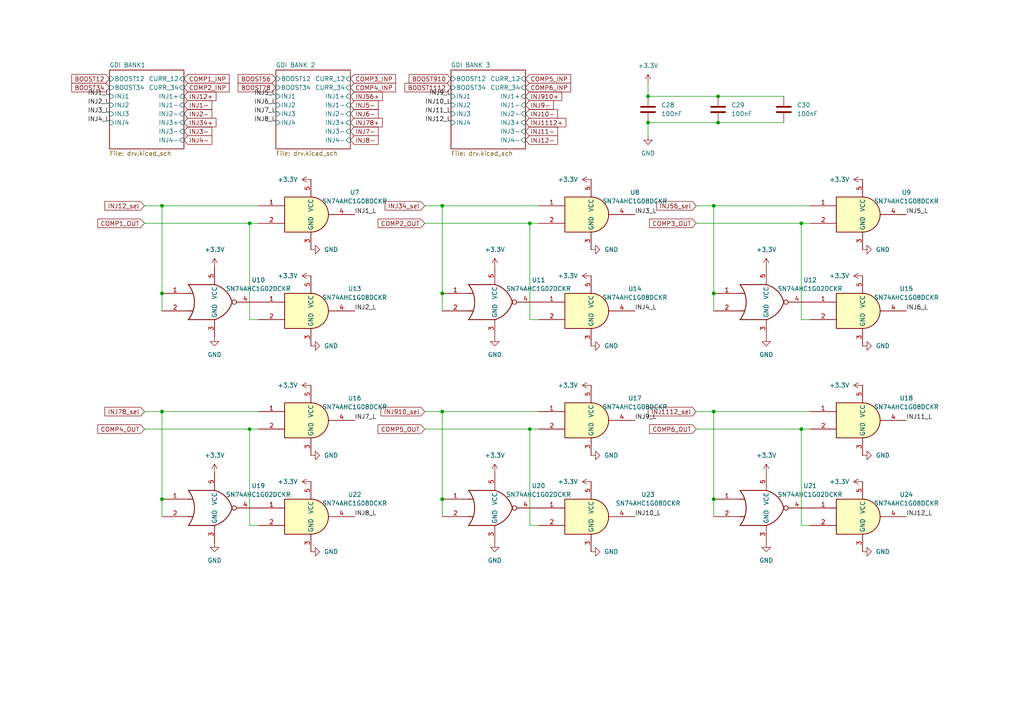
<source format=kicad_sch>
(kicad_sch (version 20250114) (generator "eeschema") (generator_version "9.0")
  (paper "A4")
  (lib_symbols
    (symbol "74xGxx:74AHC1G02"
      (property "Reference" "U" (at -2.54 3.81 0))
      (property "Value" "74AHC1G02" (at 0 -3.81 0))
      (symbol "74AHC1G02_0_1"
        (arc (start -7.62 5.08) (mid -5.838 0) (end -7.62 -5.08) (stroke (width 0.254)))
        (polyline (pts (xy -7.62 2.54) (xy -6.35 2.54)) (stroke (width 0.254)) (fill (type background)))
        (polyline (pts (xy -7.62 -2.54) (xy -6.35 -2.54)) (stroke (width 0.254)) (fill (type background)))
        (arc (start 5.08 0) (mid 3.202 -3.202) (end 0 -5.08) (stroke (width 0.254)))
        (arc (start 0 5.08) (mid 3.2271 3.2271) (end 5.08 0) (stroke (width 0.254)))
        (polyline (pts (xy 0 5.08) (xy -7.62 5.08)) (stroke (width 0.254)) (fill (type background)))
        (polyline (pts (xy 0 -5.08) (xy -7.62 -5.08)) (stroke (width 0.254)) (fill (type background)))
      )
      (symbol "74AHC1G02_1_1"
        (pin input line (at -15.24 2.54 0) (length 7.62) (name "~") (number "1"))
        (pin input line (at -15.24 -2.54 0) (length 7.62) (name "~") (number "2"))
        (pin power_in line (at 0 10.16 270) (length 5.08) (name "VCC") (number "5"))
        (pin power_in line (at 0 -10.16 90) (length 5.08) (name "GND") (number "3"))
        (pin output inverted (at 12.7 0 180) (length 7.62) (name "~") (number "4"))
      )
    )
    (symbol "74xGxx:74AHC1G08"
      (property "Reference" "U" (at -2.54 3.81 0))
      (property "Value" "74AHC1G08" (at 0 -3.81 0))
      (symbol "74AHC1G08_0_1"
        (arc (start 0 5.08) (mid 5.0579 0) (end 0 -5.08) (stroke (width 0.254)) (fill (type background)))
        (polyline (pts (xy 0 -5.08) (xy -7.62 -5.08) (xy -7.62 5.08) (xy 0 5.08)) (stroke (width 0.254)) (fill (type background)))
      )
      (symbol "74AHC1G08_1_1"
        (pin input line (at -15.24 2.54 0) (length 7.62) (name "~") (number "1"))
        (pin input line (at -15.24 -2.54 0) (length 7.62) (name "~") (number "2"))
        (pin power_in line (at 0 10.16 270) (length 5.08) (name "VCC") (number "5"))
        (pin power_in line (at 0 -10.16 90) (length 5.08) (name "GND") (number "3"))
        (pin output line (at 12.7 0 180) (length 7.62) (name "~") (number "4"))
      )
    )
    (symbol "Device:C" (pin_numbers (hide yes)) (pin_names (offset 0.254))
      (property "Reference" "C" (at 0.635 2.54 0))
      (property "Value" "C" (at 0.635 -2.54 0))
      (symbol "C_0_1"
        (polyline (pts (xy -2.032 0.762) (xy 2.032 0.762)) (stroke (width 0.508)))
        (polyline (pts (xy -2.032 -0.762) (xy 2.032 -0.762)) (stroke (width 0.508)))
      )
      (symbol "C_1_1"
        (pin passive line (at 0 3.81 270) (length 2.794) (name "~") (number "1"))
        (pin passive line (at 0 -3.81 90) (length 2.794) (name "~") (number "2"))
      )
    )
    (symbol "power:+3.3V" (power) (pin_numbers (hide yes)) (pin_names (offset 0) (hide yes))
      (property "Value" "+3.3V" (at 0 3.556 0))
      (symbol "+3.3V_0_1"
        (polyline (pts (xy -0.762 1.27) (xy 0 2.54)))
        (polyline (pts (xy 0 2.54) (xy 0.762 1.27)))
        (polyline (pts (xy 0 0) (xy 0 2.54)))
      )
      (symbol "+3.3V_1_1"
        (pin power_in line (at 0 0 90) (length 0) (name "~") (number "1"))
      )
    )
    (symbol "power:GND" (power) (pin_numbers (hide yes)) (pin_names (offset 0) (hide yes))
      (property "Value" "GND" (at 0 -3.81 0))
      (symbol "GND_0_1"
        (polyline (pts (xy 0 0) (xy 0 -1.27) (xy 1.27 -1.27) (xy 0 -2.54) (xy -1.27 -1.27) (xy 0 -1.27)))
      )
      (symbol "GND_1_1"
        (pin power_in line (at 0 0 270) (length 0) (name "~") (number "1"))
      )
    )
  )
  (junction (at 72.39 124.46))
  (junction (at 72.39 64.77))
  (junction (at 46.99 85.09))
  (junction (at 208.28 27.94))
  (junction (at 207.01 144.78))
  (junction (at 46.99 59.69))
  (junction (at 208.28 35.56))
  (junction (at 207.01 59.69))
  (junction (at 128.27 59.69))
  (junction (at 46.99 144.78))
  (junction (at 128.27 85.09))
  (junction (at 232.41 124.46))
  (junction (at 153.67 64.77))
  (junction (at 128.27 119.38))
  (junction (at 232.41 64.77))
  (junction (at 187.96 27.94))
  (junction (at 153.67 124.46))
  (junction (at 128.27 144.78))
  (junction (at 46.99 119.38))
  (junction (at 187.96 35.56))
  (junction (at 207.01 85.09))
  (junction (at 207.01 119.38))
  (wire (pts (xy 208.28 35.56) (xy 227.33 35.56)))
  (wire (pts (xy 232.41 92.71) (xy 232.41 64.77)))
  (wire (pts (xy 232.41 124.46) (xy 234.95 124.46)))
  (wire (pts (xy 153.67 92.71) (xy 153.67 64.77)))
  (wire (pts (xy 187.96 27.94) (xy 208.28 27.94)))
  (wire (pts (xy 74.93 59.69) (xy 46.99 59.69)))
  (wire (pts (xy 123.19 64.77) (xy 153.67 64.77)))
  (wire (pts (xy 46.99 119.38) (xy 41.91 119.38)))
  (wire (pts (xy 74.93 119.38) (xy 46.99 119.38)))
  (wire (pts (xy 46.99 85.09) (xy 46.99 90.17)))
  (wire (pts (xy 207.01 59.69) (xy 201.93 59.69)))
  (wire (pts (xy 153.67 124.46) (xy 156.21 124.46)))
  (wire (pts (xy 46.99 59.69) (xy 41.91 59.69)))
  (wire (pts (xy 187.96 35.56) (xy 208.28 35.56)))
  (wire (pts (xy 234.95 119.38) (xy 207.01 119.38)))
  (wire (pts (xy 187.96 39.37) (xy 187.96 35.56)))
  (wire (pts (xy 201.93 64.77) (xy 232.41 64.77)))
  (wire (pts (xy 46.99 59.69) (xy 46.99 85.09)))
  (wire (pts (xy 207.01 85.09) (xy 207.01 90.17)))
  (wire (pts (xy 201.93 124.46) (xy 232.41 124.46)))
  (wire (pts (xy 128.27 85.09) (xy 128.27 90.17)))
  (wire (pts (xy 72.39 64.77) (xy 74.93 64.77)))
  (wire (pts (xy 74.93 152.4) (xy 72.39 152.4)))
  (wire (pts (xy 187.96 24.13) (xy 187.96 27.94)))
  (wire (pts (xy 41.91 124.46) (xy 72.39 124.46)))
  (wire (pts (xy 207.01 59.69) (xy 207.01 85.09)))
  (wire (pts (xy 234.95 59.69) (xy 207.01 59.69)))
  (wire (pts (xy 153.67 152.4) (xy 153.67 124.46)))
  (wire (pts (xy 156.21 92.71) (xy 153.67 92.71)))
  (wire (pts (xy 156.21 59.69) (xy 128.27 59.69)))
  (wire (pts (xy 232.41 64.77) (xy 234.95 64.77)))
  (wire (pts (xy 156.21 119.38) (xy 128.27 119.38)))
  (wire (pts (xy 208.28 27.94) (xy 227.33 27.94)))
  (wire (pts (xy 234.95 152.4) (xy 232.41 152.4)))
  (wire (pts (xy 46.99 119.38) (xy 46.99 144.78)))
  (wire (pts (xy 46.99 144.78) (xy 46.99 149.86)))
  (wire (pts (xy 72.39 92.71) (xy 72.39 64.77)))
  (wire (pts (xy 128.27 59.69) (xy 123.19 59.69)))
  (wire (pts (xy 128.27 59.69) (xy 128.27 85.09)))
  (wire (pts (xy 207.01 119.38) (xy 201.93 119.38)))
  (wire (pts (xy 234.95 92.71) (xy 232.41 92.71)))
  (wire (pts (xy 74.93 92.71) (xy 72.39 92.71)))
  (wire (pts (xy 72.39 152.4) (xy 72.39 124.46)))
  (wire (pts (xy 232.41 152.4) (xy 232.41 124.46)))
  (wire (pts (xy 128.27 119.38) (xy 123.19 119.38)))
  (wire (pts (xy 156.21 152.4) (xy 153.67 152.4)))
  (wire (pts (xy 72.39 124.46) (xy 74.93 124.46)))
  (wire (pts (xy 123.19 124.46) (xy 153.67 124.46)))
  (wire (pts (xy 128.27 144.78) (xy 128.27 149.86)))
  (wire (pts (xy 153.67 64.77) (xy 156.21 64.77)))
  (wire (pts (xy 207.01 119.38) (xy 207.01 144.78)))
  (wire (pts (xy 128.27 119.38) (xy 128.27 144.78)))
  (wire (pts (xy 41.91 64.77) (xy 72.39 64.77)))
  (wire (pts (xy 207.01 144.78) (xy 207.01 149.86)))
  (label "INJ3_L" (at 184.15 62.23 0))
  (label "INJ2_L" (at 102.87 90.17 0))
  (label "INJ5_L" (at 80.01 27.94 180))
  (label "INJ12_L" (at 262.89 149.86 0))
  (label "INJ11_L" (at 262.89 121.92 0))
  (label "INJ12_L" (at 130.81 35.56 180))
  (label "INJ6_L" (at 262.89 90.17 0))
  (label "INJ7_L" (at 80.01 33.02 180))
  (label "INJ4_L" (at 31.75 35.56 180))
  (label "INJ10_L" (at 184.15 149.86 0))
  (label "INJ8_L" (at 80.01 35.56 180))
  (label "INJ11_L" (at 130.81 33.02 180))
  (label "INJ3_L" (at 31.75 33.02 180))
  (label "INJ7_L" (at 102.87 121.92 0))
  (label "INJ4_L" (at 184.15 90.17 0))
  (label "INJ6_L" (at 80.01 30.48 180))
  (label "INJ5_L" (at 262.89 62.23 0))
  (label "INJ9_L" (at 184.15 121.92 0))
  (label "INJ10_L" (at 130.81 30.48 180))
  (label "INJ9_L" (at 130.81 27.94 180))
  (label "INJ1_L" (at 102.87 62.23 0))
  (label "INJ2_L" (at 31.75 30.48 180))
  (label "INJ1_L" (at 31.75 27.94 180))
  (label "INJ8_L" (at 102.87 149.86 0))
  (global_label "COMP1_INP" (shape input) (at 53.34 22.86 0) (property "Intersheetrefs" "${INTERSHEET_REFS}" (effects (hide yes))))
  (global_label "INJ6-" (shape input) (at 101.6 33.02 0) (property "Intersheetrefs" "${INTERSHEET_REFS}" (effects (hide yes))))
  (global_label "COMP4_OUT" (shape input) (at 41.91 124.46 180) (property "Intersheetrefs" "${INTERSHEET_REFS}" (effects (hide yes))))
  (global_label "INJ3-" (shape input) (at 53.34 38.1 0) (property "Intersheetrefs" "${INTERSHEET_REFS}" (effects (hide yes))))
  (global_label "COMP2_INP" (shape input) (at 53.34 25.4 0) (property "Intersheetrefs" "${INTERSHEET_REFS}" (effects (hide yes))))
  (global_label "INJ4-" (shape input) (at 53.34 40.64 0) (property "Intersheetrefs" "${INTERSHEET_REFS}" (effects (hide yes))))
  (global_label "INJ56_sel" (shape input) (at 201.93 59.69 180) (property "Intersheetrefs" "${INTERSHEET_REFS}" (effects (hide yes))))
  (global_label "INJ10-" (shape input) (at 152.4 33.02 0) (property "Intersheetrefs" "${INTERSHEET_REFS}" (effects (hide yes))))
  (global_label "INJ2-" (shape input) (at 53.34 33.02 0) (property "Intersheetrefs" "${INTERSHEET_REFS}" (effects (hide yes))))
  (global_label "INJ78_sel" (shape input) (at 41.91 119.38 180) (property "Intersheetrefs" "${INTERSHEET_REFS}" (effects (hide yes))))
  (global_label "BOOST34" (shape input) (at 31.75 25.4 180) (property "Intersheetrefs" "${INTERSHEET_REFS}" (effects (hide yes))))
  (global_label "COMP5_OUT" (shape input) (at 123.19 124.46 180) (property "Intersheetrefs" "${INTERSHEET_REFS}" (effects (hide yes))))
  (global_label "INJ8-" (shape input) (at 101.6 40.64 0) (property "Intersheetrefs" "${INTERSHEET_REFS}" (effects (hide yes))))
  (global_label "INJ34_sel" (shape input) (at 123.19 59.69 180) (property "Intersheetrefs" "${INTERSHEET_REFS}" (effects (hide yes))))
  (global_label "COMP3_OUT" (shape input) (at 201.93 64.77 180) (property "Intersheetrefs" "${INTERSHEET_REFS}" (effects (hide yes))))
  (global_label "COMP6_INP" (shape input) (at 152.4 25.4 0) (property "Intersheetrefs" "${INTERSHEET_REFS}" (effects (hide yes))))
  (global_label "INJ12_sel" (shape input) (at 41.91 59.69 180) (property "Intersheetrefs" "${INTERSHEET_REFS}" (effects (hide yes))))
  (global_label "INJ78+" (shape input) (at 101.6 35.56 0) (property "Intersheetrefs" "${INTERSHEET_REFS}" (effects (hide yes))))
  (global_label "INJ7-" (shape input) (at 101.6 38.1 0) (property "Intersheetrefs" "${INTERSHEET_REFS}" (effects (hide yes))))
  (global_label "BOOST56" (shape input) (at 80.01 22.86 180) (property "Intersheetrefs" "${INTERSHEET_REFS}" (effects (hide yes))))
  (global_label "BOOST78" (shape input) (at 80.01 25.4 180) (property "Intersheetrefs" "${INTERSHEET_REFS}" (effects (hide yes))))
  (global_label "INJ34+" (shape input) (at 53.34 35.56 0) (property "Intersheetrefs" "${INTERSHEET_REFS}" (effects (hide yes))))
  (global_label "INJ1112_sel" (shape input) (at 201.93 119.38 180) (property "Intersheetrefs" "${INTERSHEET_REFS}" (effects (hide yes))))
  (global_label "INJ910+" (shape input) (at 152.4 27.94 0) (property "Intersheetrefs" "${INTERSHEET_REFS}" (effects (hide yes))))
  (global_label "INJ9-" (shape input) (at 152.4 30.48 0) (property "Intersheetrefs" "${INTERSHEET_REFS}" (effects (hide yes))))
  (global_label "COMP5_INP" (shape input) (at 152.4 22.86 0) (property "Intersheetrefs" "${INTERSHEET_REFS}" (effects (hide yes))))
  (global_label "BOOST12" (shape input) (at 31.75 22.86 180) (property "Intersheetrefs" "${INTERSHEET_REFS}" (effects (hide yes))))
  (global_label "INJ12+" (shape input) (at 53.34 27.94 0) (property "Intersheetrefs" "${INTERSHEET_REFS}" (effects (hide yes))))
  (global_label "COMP2_OUT" (shape input) (at 123.19 64.77 180) (property "Intersheetrefs" "${INTERSHEET_REFS}" (effects (hide yes))))
  (global_label "COMP6_OUT" (shape input) (at 201.93 124.46 180) (property "Intersheetrefs" "${INTERSHEET_REFS}" (effects (hide yes))))
  (global_label "INJ5-" (shape input) (at 101.6 30.48 0) (property "Intersheetrefs" "${INTERSHEET_REFS}" (effects (hide yes))))
  (global_label "COMP4_INP" (shape input) (at 101.6 25.4 0) (property "Intersheetrefs" "${INTERSHEET_REFS}" (effects (hide yes))))
  (global_label "BOOST1112" (shape input) (at 130.81 25.4 180) (property "Intersheetrefs" "${INTERSHEET_REFS}" (effects (hide yes))))
  (global_label "INJ12-" (shape input) (at 152.4 40.64 0) (property "Intersheetrefs" "${INTERSHEET_REFS}" (effects (hide yes))))
  (global_label "INJ1112+" (shape input) (at 152.4 35.56 0) (property "Intersheetrefs" "${INTERSHEET_REFS}" (effects (hide yes))))
  (global_label "INJ11-" (shape input) (at 152.4 38.1 0) (property "Intersheetrefs" "${INTERSHEET_REFS}" (effects (hide yes))))
  (global_label "INJ910_sel" (shape input) (at 123.19 119.38 180) (property "Intersheetrefs" "${INTERSHEET_REFS}" (effects (hide yes))))
  (global_label "COMP3_INP" (shape input) (at 101.6 22.86 0) (property "Intersheetrefs" "${INTERSHEET_REFS}" (effects (hide yes))))
  (global_label "BOOST910" (shape input) (at 130.81 22.86 180) (property "Intersheetrefs" "${INTERSHEET_REFS}" (effects (hide yes))))
  (global_label "INJ56+" (shape input) (at 101.6 27.94 0) (property "Intersheetrefs" "${INTERSHEET_REFS}" (effects (hide yes))))
  (global_label "INJ1-" (shape input) (at 53.34 30.48 0) (property "Intersheetrefs" "${INTERSHEET_REFS}" (effects (hide yes))))
  (global_label "COMP1_OUT" (shape input) (at 41.91 64.77 180) (property "Intersheetrefs" "${INTERSHEET_REFS}" (effects (hide yes))))
  (symbol (lib_id "power:GND") (at 222.25 97.79 0) (unit 1)
    (property "Reference" "#PWR098" (effects (hide yes)))
    (property "Value" "GND" (at 222.25 102.87 0))
    (property "Description" "Power symbol creates a global label with name \"GND\" , ground" (effects (hide yes)))
  )
  (symbol (lib_id "74xGxx:74AHC1G08") (at 250.19 121.92 0) (unit 1)
    (property "Reference" "U18" (at 262.89 115.4998 0))
    (property "Value" "SN74AHC1G08DCKR" (at 262.89 118.0398 0))
    (property "Footprint" "Package_TO_SOT_SMD:SOT-353_SC-70-5" (effects (hide yes)))
    (property "Description" "Single AND Gate, Low-Voltage CMOS" (effects (hide yes)))
    (property "JLC" "C122838" (effects (hide yes)))
  )
  (symbol (lib_id "power:GND") (at 62.23 97.79 0) (unit 1)
    (property "Reference" "#PWR096" (effects (hide yes)))
    (property "Value" "GND" (at 62.23 102.87 0))
    (property "Description" "Power symbol creates a global label with name \"GND\" , ground" (effects (hide yes)))
  )
  (symbol (lib_id "Device:C") (at 208.28 31.75 0) (unit 1)
    (property "Reference" "C29" (at 212.09 30.4799 0) (effects (justify left)))
    (property "Value" "100nF" (at 212.09 33.0199 0) (effects (justify left)))
    (property "Footprint" "Capacitor_SMD:C_0402_1005Metric" (effects (hide yes)))
    (property "Description" "Unpolarized capacitor" (effects (hide yes)))
  )
  (symbol (lib_id "power:GND") (at 90.17 72.39 90) (unit 1)
    (property "Reference" "#PWR087" (effects (hide yes)))
    (property "Value" "GND" (at 93.98 72.3899 90) (effects (justify right)))
    (property "Description" "Power symbol creates a global label with name \"GND\" , ground" (effects (hide yes)))
  )
  (symbol (lib_id "74xGxx:74AHC1G02") (at 222.25 87.63 0) (unit 1)
    (property "Reference" "U12" (at 234.95 81.2098 0))
    (property "Value" "SN74AHC1G02DCKR" (at 234.95 83.7498 0))
    (property "Footprint" "Package_TO_SOT_SMD:SOT-353_SC-70-5" (effects (hide yes)))
    (property "Description" "Single NOR Gate, Low-Voltage CMOS" (effects (hide yes)))
    (property "JLC" "C7464" (effects (hide yes)))
  )
  (symbol (lib_id "power:+3.3V") (at 143.51 77.47 0) (unit 1)
    (property "Reference" "#PWR091" (effects (hide yes)))
    (property "Value" "+3.3V" (at 143.51 72.39 0))
    (property "Description" "Power symbol creates a global label with name \"+3.3V\"" (effects (hide yes)))
  )
  (symbol (lib_id "power:GND") (at 143.51 97.79 0) (unit 1)
    (property "Reference" "#PWR097" (effects (hide yes)))
    (property "Value" "GND" (at 143.51 102.87 0))
    (property "Description" "Power symbol creates a global label with name \"GND\" , ground" (effects (hide yes)))
  )
  (symbol (lib_id "power:+3.3V") (at 250.19 111.76 90) (unit 1)
    (property "Reference" "#PWR0104" (effects (hide yes)))
    (property "Value" "+3.3V" (at 246.38 111.7599 90) (effects (justify left)))
    (property "Description" "Power symbol creates a global label with name \"+3.3V\"" (effects (hide yes)))
  )
  (symbol (lib_id "74xGxx:74AHC1G08") (at 90.17 149.86 0) (unit 1)
    (property "Reference" "U22" (at 102.87 143.4398 0))
    (property "Value" "SN74AHC1G08DCKR" (at 102.87 145.9798 0))
    (property "Footprint" "Package_TO_SOT_SMD:SOT-353_SC-70-5" (effects (hide yes)))
    (property "Description" "Single AND Gate, Low-Voltage CMOS" (effects (hide yes)))
    (property "JLC" "C122838" (effects (hide yes)))
  )
  (symbol (lib_id "74xGxx:74AHC1G08") (at 90.17 121.92 0) (unit 1)
    (property "Reference" "U16" (at 102.87 115.4998 0))
    (property "Value" "SN74AHC1G08DCKR" (at 102.87 118.0398 0))
    (property "Footprint" "Package_TO_SOT_SMD:SOT-353_SC-70-5" (effects (hide yes)))
    (property "Description" "Single AND Gate, Low-Voltage CMOS" (effects (hide yes)))
    (property "JLC" "C122838" (effects (hide yes)))
  )
  (symbol (lib_id "power:GND") (at 171.45 72.39 90) (unit 1)
    (property "Reference" "#PWR088" (effects (hide yes)))
    (property "Value" "GND" (at 175.26 72.3899 90) (effects (justify right)))
    (property "Description" "Power symbol creates a global label with name \"GND\" , ground" (effects (hide yes)))
  )
  (symbol (lib_id "power:GND") (at 187.96 39.37 0) (unit 1)
    (property "Reference" "#PWR083" (effects (hide yes)))
    (property "Value" "GND" (at 187.96 44.45 0))
    (property "Description" "Power symbol creates a global label with name \"GND\" , ground" (effects (hide yes)))
  )
  (symbol (lib_id "power:GND") (at 90.17 100.33 90) (unit 1)
    (property "Reference" "#PWR099" (effects (hide yes)))
    (property "Value" "GND" (at 93.98 100.3299 90) (effects (justify right)))
    (property "Description" "Power symbol creates a global label with name \"GND\" , ground" (effects (hide yes)))
  )
  (symbol (lib_id "power:+3.3V") (at 171.45 52.07 90) (unit 1)
    (property "Reference" "#PWR085" (effects (hide yes)))
    (property "Value" "+3.3V" (at 167.64 52.0699 90) (effects (justify left)))
    (property "Description" "Power symbol creates a global label with name \"+3.3V\"" (effects (hide yes)))
  )
  (symbol (lib_id "power:GND") (at 171.45 160.02 90) (unit 1)
    (property "Reference" "#PWR0118" (effects (hide yes)))
    (property "Value" "GND" (at 175.26 160.0199 90) (effects (justify right)))
    (property "Description" "Power symbol creates a global label with name \"GND\" , ground" (effects (hide yes)))
  )
  (symbol (lib_id "74xGxx:74AHC1G08") (at 90.17 62.23 0) (unit 1)
    (property "Reference" "U7" (at 102.87 55.8098 0))
    (property "Value" "SN74AHC1G08DCKR" (at 102.87 58.3498 0))
    (property "Footprint" "Package_TO_SOT_SMD:SOT-353_SC-70-5" (effects (hide yes)))
    (property "Description" "Single AND Gate, Low-Voltage CMOS" (effects (hide yes)))
    (property "JLC" "C122838" (effects (hide yes)))
  )
  (symbol (lib_id "power:+3.3V") (at 90.17 111.76 90) (unit 1)
    (property "Reference" "#PWR0102" (effects (hide yes)))
    (property "Value" "+3.3V" (at 86.36 111.7599 90) (effects (justify left)))
    (property "Description" "Power symbol creates a global label with name \"+3.3V\"" (effects (hide yes)))
  )
  (symbol (lib_id "power:+3.3V") (at 222.25 77.47 0) (unit 1)
    (property "Reference" "#PWR092" (effects (hide yes)))
    (property "Value" "+3.3V" (at 222.25 72.39 0))
    (property "Description" "Power symbol creates a global label with name \"+3.3V\"" (effects (hide yes)))
  )
  (symbol (lib_id "power:+3.3V") (at 250.19 52.07 90) (unit 1)
    (property "Reference" "#PWR086" (effects (hide yes)))
    (property "Value" "+3.3V" (at 246.38 52.0699 90) (effects (justify left)))
    (property "Description" "Power symbol creates a global label with name \"+3.3V\"" (effects (hide yes)))
  )
  (symbol (lib_id "power:+3.3V") (at 222.25 137.16 0) (unit 1)
    (property "Reference" "#PWR0110" (effects (hide yes)))
    (property "Value" "+3.3V" (at 222.25 132.08 0))
    (property "Description" "Power symbol creates a global label with name \"+3.3V\"" (effects (hide yes)))
  )
  (symbol (lib_id "power:GND") (at 90.17 160.02 90) (unit 1)
    (property "Reference" "#PWR0117" (effects (hide yes)))
    (property "Value" "GND" (at 93.98 160.0199 90) (effects (justify right)))
    (property "Description" "Power symbol creates a global label with name \"GND\" , ground" (effects (hide yes)))
  )
  (symbol (lib_id "74xGxx:74AHC1G08") (at 171.45 149.86 0) (unit 1)
    (property "Reference" "U23" (at 187.96 143.4398 0))
    (property "Value" "SN74AHC1G08DCKR" (at 187.96 145.9798 0))
    (property "Footprint" "Package_TO_SOT_SMD:SOT-353_SC-70-5" (effects (hide yes)))
    (property "Description" "Single AND Gate, Low-Voltage CMOS" (effects (hide yes)))
    (property "JLC" "C122838" (effects (hide yes)))
  )
  (symbol (lib_id "power:GND") (at 143.51 157.48 0) (unit 1)
    (property "Reference" "#PWR0115" (effects (hide yes)))
    (property "Value" "GND" (at 143.51 162.56 0))
    (property "Description" "Power symbol creates a global label with name \"GND\" , ground" (effects (hide yes)))
  )
  (symbol (lib_id "power:GND") (at 171.45 100.33 90) (unit 1)
    (property "Reference" "#PWR0100" (effects (hide yes)))
    (property "Value" "GND" (at 175.26 100.3299 90) (effects (justify right)))
    (property "Description" "Power symbol creates a global label with name \"GND\" , ground" (effects (hide yes)))
  )
  (symbol (lib_id "power:+3.3V") (at 171.45 80.01 90) (unit 1)
    (property "Reference" "#PWR094" (effects (hide yes)))
    (property "Value" "+3.3V" (at 167.64 80.0099 90) (effects (justify left)))
    (property "Description" "Power symbol creates a global label with name \"+3.3V\"" (effects (hide yes)))
  )
  (symbol (lib_id "power:GND") (at 90.17 132.08 90) (unit 1)
    (property "Reference" "#PWR0105" (effects (hide yes)))
    (property "Value" "GND" (at 93.98 132.0799 90) (effects (justify right)))
    (property "Description" "Power symbol creates a global label with name \"GND\" , ground" (effects (hide yes)))
  )
  (symbol (lib_id "74xGxx:74AHC1G02") (at 62.23 87.63 0) (unit 1)
    (property "Reference" "U10" (at 74.93 81.2098 0))
    (property "Value" "SN74AHC1G02DCKR" (at 74.93 83.7498 0))
    (property "Footprint" "Package_TO_SOT_SMD:SOT-353_SC-70-5" (effects (hide yes)))
    (property "Description" "Single NOR Gate, Low-Voltage CMOS" (effects (hide yes)))
    (property "JLC" "C7464" (effects (hide yes)))
  )
  (symbol (lib_id "power:+3.3V") (at 90.17 52.07 90) (unit 1)
    (property "Reference" "#PWR084" (effects (hide yes)))
    (property "Value" "+3.3V" (at 86.36 52.0699 90) (effects (justify left)))
    (property "Description" "Power symbol creates a global label with name \"+3.3V\"" (effects (hide yes)))
  )
  (symbol (lib_id "74xGxx:74AHC1G08") (at 90.17 90.17 0) (unit 1)
    (property "Reference" "U13" (at 102.87 83.7498 0))
    (property "Value" "SN74AHC1G08DCKR" (at 102.87 86.2898 0))
    (property "Footprint" "Package_TO_SOT_SMD:SOT-353_SC-70-5" (effects (hide yes)))
    (property "Description" "Single AND Gate, Low-Voltage CMOS" (effects (hide yes)))
    (property "JLC" "C122838" (effects (hide yes)))
  )
  (symbol (lib_id "Device:C") (at 227.33 31.75 0) (unit 1)
    (property "Reference" "C30" (at 231.14 30.4799 0) (effects (justify left)))
    (property "Value" "100nF" (at 231.14 33.0199 0) (effects (justify left)))
    (property "Footprint" "Capacitor_SMD:C_0402_1005Metric" (effects (hide yes)))
    (property "Description" "Unpolarized capacitor" (effects (hide yes)))
  )
  (symbol (lib_id "74xGxx:74AHC1G02") (at 143.51 147.32 0) (unit 1)
    (property "Reference" "U20" (at 156.21 140.8998 0))
    (property "Value" "SN74AHC1G02DCKR" (at 156.21 143.4398 0))
    (property "Footprint" "Package_TO_SOT_SMD:SOT-353_SC-70-5" (effects (hide yes)))
    (property "Description" "Single NOR Gate, Low-Voltage CMOS" (effects (hide yes)))
    (property "JLC" "C7464" (effects (hide yes)))
  )
  (symbol (lib_id "74xGxx:74AHC1G02") (at 143.51 87.63 0) (unit 1)
    (property "Reference" "U11" (at 156.21 81.2098 0))
    (property "Value" "SN74AHC1G02DCKR" (at 156.21 83.7498 0))
    (property "Footprint" "Package_TO_SOT_SMD:SOT-353_SC-70-5" (effects (hide yes)))
    (property "Description" "Single NOR Gate, Low-Voltage CMOS" (effects (hide yes)))
    (property "JLC" "C7464" (effects (hide yes)))
  )
  (symbol (lib_id "power:GND") (at 171.45 132.08 90) (unit 1)
    (property "Reference" "#PWR0106" (effects (hide yes)))
    (property "Value" "GND" (at 175.26 132.0799 90) (effects (justify right)))
    (property "Description" "Power symbol creates a global label with name \"GND\" , ground" (effects (hide yes)))
  )
  (symbol (lib_id "74xGxx:74AHC1G08") (at 250.19 62.23 0) (unit 1)
    (property "Reference" "U9" (at 262.89 55.8098 0))
    (property "Value" "SN74AHC1G08DCKR" (at 262.89 58.3498 0))
    (property "Footprint" "Package_TO_SOT_SMD:SOT-353_SC-70-5" (effects (hide yes)))
    (property "Description" "Single AND Gate, Low-Voltage CMOS" (effects (hide yes)))
    (property "JLC" "C122838" (effects (hide yes)))
  )
  (symbol (lib_id "power:GND") (at 62.23 157.48 0) (unit 1)
    (property "Reference" "#PWR0114" (effects (hide yes)))
    (property "Value" "GND" (at 62.23 162.56 0))
    (property "Description" "Power symbol creates a global label with name \"GND\" , ground" (effects (hide yes)))
  )
  (symbol (lib_id "power:+3.3V") (at 171.45 139.7 90) (unit 1)
    (property "Reference" "#PWR0112" (effects (hide yes)))
    (property "Value" "+3.3V" (at 167.64 139.6999 90) (effects (justify left)))
    (property "Description" "Power symbol creates a global label with name \"+3.3V\"" (effects (hide yes)))
  )
  (symbol (lib_id "power:+3.3V") (at 62.23 137.16 0) (unit 1)
    (property "Reference" "#PWR0108" (effects (hide yes)))
    (property "Value" "+3.3V" (at 62.23 132.08 0))
    (property "Description" "Power symbol creates a global label with name \"+3.3V\"" (effects (hide yes)))
  )
  (symbol (lib_id "74xGxx:74AHC1G08") (at 171.45 90.17 0) (unit 1)
    (property "Reference" "U14" (at 184.15 83.7498 0))
    (property "Value" "SN74AHC1G08DCKR" (at 184.15 86.2898 0))
    (property "Footprint" "Package_TO_SOT_SMD:SOT-353_SC-70-5" (effects (hide yes)))
    (property "Description" "Single AND Gate, Low-Voltage CMOS" (effects (hide yes)))
    (property "JLC" "C122838" (effects (hide yes)))
  )
  (symbol (lib_id "power:+3.3V") (at 62.23 77.47 0) (unit 1)
    (property "Reference" "#PWR090" (effects (hide yes)))
    (property "Value" "+3.3V" (at 62.23 72.39 0))
    (property "Description" "Power symbol creates a global label with name \"+3.3V\"" (effects (hide yes)))
  )
  (symbol (lib_id "power:+3.3V") (at 250.19 139.7 90) (unit 1)
    (property "Reference" "#PWR0113" (effects (hide yes)))
    (property "Value" "+3.3V" (at 246.38 139.6999 90) (effects (justify left)))
    (property "Description" "Power symbol creates a global label with name \"+3.3V\"" (effects (hide yes)))
  )
  (symbol (lib_id "74xGxx:74AHC1G08") (at 250.19 90.17 0) (unit 1)
    (property "Reference" "U15" (at 262.89 83.7498 0))
    (property "Value" "SN74AHC1G08DCKR" (at 262.89 86.2898 0))
    (property "Footprint" "Package_TO_SOT_SMD:SOT-353_SC-70-5" (effects (hide yes)))
    (property "Description" "Single AND Gate, Low-Voltage CMOS" (effects (hide yes)))
    (property "JLC" "C122838" (effects (hide yes)))
  )
  (symbol (lib_id "power:GND") (at 250.19 72.39 90) (unit 1)
    (property "Reference" "#PWR089" (effects (hide yes)))
    (property "Value" "GND" (at 254 72.3899 90) (effects (justify right)))
    (property "Description" "Power symbol creates a global label with name \"GND\" , ground" (effects (hide yes)))
  )
  (symbol (lib_id "power:GND") (at 222.25 157.48 0) (unit 1)
    (property "Reference" "#PWR0116" (effects (hide yes)))
    (property "Value" "GND" (at 222.25 162.56 0))
    (property "Description" "Power symbol creates a global label with name \"GND\" , ground" (effects (hide yes)))
  )
  (symbol (lib_id "power:+3.3V") (at 250.19 80.01 90) (unit 1)
    (property "Reference" "#PWR095" (effects (hide yes)))
    (property "Value" "+3.3V" (at 246.38 80.0099 90) (effects (justify left)))
    (property "Description" "Power symbol creates a global label with name \"+3.3V\"" (effects (hide yes)))
  )
  (symbol (lib_id "Device:C") (at 187.96 31.75 0) (unit 1)
    (property "Reference" "C28" (at 191.77 30.4799 0) (effects (justify left)))
    (property "Value" "100nF" (at 191.77 33.0199 0) (effects (justify left)))
    (property "Footprint" "Capacitor_SMD:C_0402_1005Metric" (effects (hide yes)))
    (property "Description" "Unpolarized capacitor" (effects (hide yes)))
  )
  (symbol (lib_id "74xGxx:74AHC1G08") (at 171.45 62.23 0) (unit 1)
    (property "Reference" "U8" (at 184.15 55.8098 0))
    (property "Value" "SN74AHC1G08DCKR" (at 184.15 58.3498 0))
    (property "Footprint" "Package_TO_SOT_SMD:SOT-353_SC-70-5" (effects (hide yes)))
    (property "Description" "Single AND Gate, Low-Voltage CMOS" (effects (hide yes)))
    (property "JLC" "C122838" (effects (hide yes)))
  )
  (symbol (lib_id "power:GND") (at 250.19 160.02 90) (unit 1)
    (property "Reference" "#PWR0119" (effects (hide yes)))
    (property "Value" "GND" (at 254 160.0199 90) (effects (justify right)))
    (property "Description" "Power symbol creates a global label with name \"GND\" , ground" (effects (hide yes)))
  )
  (symbol (lib_id "power:GND") (at 250.19 100.33 90) (unit 1)
    (property "Reference" "#PWR0101" (effects (hide yes)))
    (property "Value" "GND" (at 254 100.3299 90) (effects (justify right)))
    (property "Description" "Power symbol creates a global label with name \"GND\" , ground" (effects (hide yes)))
  )
  (symbol (lib_id "power:+3.3V") (at 90.17 80.01 90) (unit 1)
    (property "Reference" "#PWR093" (effects (hide yes)))
    (property "Value" "+3.3V" (at 86.36 80.0099 90) (effects (justify left)))
    (property "Description" "Power symbol creates a global label with name \"+3.3V\"" (effects (hide yes)))
  )
  (symbol (lib_id "power:+3.3V") (at 90.17 139.7 90) (unit 1)
    (property "Reference" "#PWR0111" (effects (hide yes)))
    (property "Value" "+3.3V" (at 86.36 139.6999 90) (effects (justify left)))
    (property "Description" "Power symbol creates a global label with name \"+3.3V\"" (effects (hide yes)))
  )
  (symbol (lib_id "74xGxx:74AHC1G08") (at 250.19 149.86 0) (unit 1)
    (property "Reference" "U24" (at 262.89 143.4398 0))
    (property "Value" "SN74AHC1G08DCKR" (at 262.89 145.9798 0))
    (property "Footprint" "Package_TO_SOT_SMD:SOT-353_SC-70-5" (effects (hide yes)))
    (property "Description" "Single AND Gate, Low-Voltage CMOS" (effects (hide yes)))
    (property "JLC" "C122838" (effects (hide yes)))
  )
  (symbol (lib_id "74xGxx:74AHC1G02") (at 222.25 147.32 0) (unit 1)
    (property "Reference" "U21" (at 234.95 140.8998 0))
    (property "Value" "SN74AHC1G02DCKR" (at 234.95 143.4398 0))
    (property "Footprint" "Package_TO_SOT_SMD:SOT-353_SC-70-5" (effects (hide yes)))
    (property "Description" "Single NOR Gate, Low-Voltage CMOS" (effects (hide yes)))
    (property "JLC" "C7464" (effects (hide yes)))
  )
  (symbol (lib_id "74xGxx:74AHC1G08") (at 171.45 121.92 0) (unit 1)
    (property "Reference" "U17" (at 184.15 115.4998 0))
    (property "Value" "SN74AHC1G08DCKR" (at 184.15 118.0398 0))
    (property "Footprint" "Package_TO_SOT_SMD:SOT-353_SC-70-5" (effects (hide yes)))
    (property "Description" "Single AND Gate, Low-Voltage CMOS" (effects (hide yes)))
    (property "JLC" "C122838" (effects (hide yes)))
  )
  (symbol (lib_id "power:+3.3V") (at 187.96 24.13 0) (unit 1)
    (property "Reference" "#PWR082" (effects (hide yes)))
    (property "Value" "+3.3V" (at 187.96 19.05 0))
    (property "Description" "Power symbol creates a global label with name \"+3.3V\"" (effects (hide yes)))
  )
  (symbol (lib_id "74xGxx:74AHC1G02") (at 62.23 147.32 0) (unit 1)
    (property "Reference" "U19" (at 74.93 140.8998 0))
    (property "Value" "SN74AHC1G02DCKR" (at 74.93 143.4398 0))
    (property "Footprint" "Package_TO_SOT_SMD:SOT-353_SC-70-5" (effects (hide yes)))
    (property "Description" "Single NOR Gate, Low-Voltage CMOS" (effects (hide yes)))
    (property "JLC" "C7464" (effects (hide yes)))
  )
  (symbol (lib_id "power:GND") (at 250.19 132.08 90) (unit 1)
    (property "Reference" "#PWR0107" (effects (hide yes)))
    (property "Value" "GND" (at 254 132.0799 90) (effects (justify right)))
    (property "Description" "Power symbol creates a global label with name \"GND\" , ground" (effects (hide yes)))
  )
  (symbol (lib_id "power:+3.3V") (at 171.45 111.76 90) (unit 1)
    (property "Reference" "#PWR0103" (effects (hide yes)))
    (property "Value" "+3.3V" (at 167.64 111.7599 90) (effects (justify left)))
    (property "Description" "Power symbol creates a global label with name \"+3.3V\"" (effects (hide yes)))
  )
  (symbol (lib_id "power:+3.3V") (at 143.51 137.16 0) (unit 1)
    (property "Reference" "#PWR0109" (effects (hide yes)))
    (property "Value" "+3.3V" (at 143.51 132.08 0))
    (property "Description" "Power symbol creates a global label with name \"+3.3V\"" (effects (hide yes)))
  )
  (sheet (at 80.01 20.32) (size 21.59 22.86) (stroke (width 0.1524))
    (property "Sheetname" "GDI BANK 2" (at 80.01 19.6084 0) (effects (justify left bottom)))
    (property "Sheetfile" "drv.kicad_sch" (at 80.01 43.7646 0) (effects (justify left top)))
    (pin "CURR_12" input (at 101.6 22.86 0))
    (pin "CURR_34" input (at 101.6 25.4 0))
    (pin "INJ1" input (at 80.01 27.94 180))
    (pin "INJ1+" input (at 101.6 27.94 0))
    (pin "INJ1-" input (at 101.6 30.48 0))
    (pin "INJ2" input (at 80.01 30.48 180))
    (pin "INJ2-" input (at 101.6 33.02 0))
    (pin "INJ3" input (at 80.01 33.02 180))
    (pin "INJ3+" input (at 101.6 35.56 0))
    (pin "INJ3-" input (at 101.6 38.1 0))
    (pin "INJ4" input (at 80.01 35.56 180))
    (pin "INJ4-" input (at 101.6 40.64 0))
    (pin "BOOST12" input (at 80.01 22.86 180))
    (pin "BOOST34" input (at 80.01 25.4 180))
  )
  (sheet (at 130.81 20.32) (size 21.59 22.86) (stroke (width 0.1524))
    (property "Sheetname" "GDI BANK 3" (at 130.81 19.6084 0) (effects (justify left bottom)))
    (property "Sheetfile" "drv.kicad_sch" (at 130.81 43.7646 0) (effects (justify left top)))
    (pin "CURR_12" input (at 152.4 22.86 0))
    (pin "CURR_34" input (at 152.4 25.4 0))
    (pin "INJ1" input (at 130.81 27.94 180))
    (pin "INJ1+" input (at 152.4 27.94 0))
    (pin "INJ1-" input (at 152.4 30.48 0))
    (pin "INJ2" input (at 130.81 30.48 180))
    (pin "INJ2-" input (at 152.4 33.02 0))
    (pin "INJ3" input (at 130.81 33.02 180))
    (pin "INJ3+" input (at 152.4 35.56 0))
    (pin "INJ3-" input (at 152.4 38.1 0))
    (pin "INJ4" input (at 130.81 35.56 180))
    (pin "INJ4-" input (at 152.4 40.64 0))
    (pin "BOOST12" input (at 130.81 22.86 180))
    (pin "BOOST34" input (at 130.81 25.4 180))
  )
  (sheet (at 31.75 20.32) (size 21.59 22.86) (stroke (width 0.1524))
    (property "Sheetname" "GDI BANK1" (at 31.75 19.6084 0) (effects (justify left bottom)))
    (property "Sheetfile" "drv.kicad_sch" (at 31.75 43.7646 0) (effects (justify left top)))
    (pin "CURR_12" input (at 53.34 22.86 0))
    (pin "CURR_34" input (at 53.34 25.4 0))
    (pin "INJ1" input (at 31.75 27.94 180))
    (pin "INJ1+" input (at 53.34 27.94 0))
    (pin "INJ1-" input (at 53.34 30.48 0))
    (pin "INJ2" input (at 31.75 30.48 180))
    (pin "INJ2-" input (at 53.34 33.02 0))
    (pin "INJ3" input (at 31.75 33.02 180))
    (pin "INJ3+" input (at 53.34 35.56 0))
    (pin "INJ3-" input (at 53.34 38.1 0))
    (pin "INJ4" input (at 31.75 35.56 180))
    (pin "INJ4-" input (at 53.34 40.64 0))
    (pin "BOOST12" input (at 31.75 22.86 180))
    (pin "BOOST34" input (at 31.75 25.4 180))
  )
)
</source>
